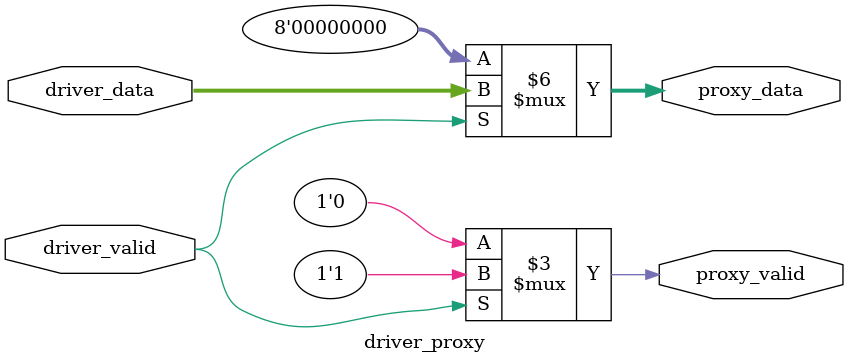
<source format=sv>
module driver_proxy (
    input  [7:0] driver_data,  // driver输入数据
    input        driver_valid, // driver数据有效信号
    output reg [7:0] proxy_data,  // proxy输出数据
    output reg       proxy_valid   // proxy数据有效信号
);

// 数据转发逻辑（iverilog完全兼容）
always @(*) begin
    if (driver_valid) begin
        proxy_data  = driver_data;
        proxy_valid = 1'b1;
        $display("[PROXY] 接收数据: %0d (valid=1)", proxy_data);
    end else begin
        proxy_data  = 8'd0;
        proxy_valid = 1'b0;
        // 简单判断：仅当valid从1变0时打印
        if (driver_valid) begin
            $display("[PROXY] 数据转发完成 (valid=0)");
        end
    end
end

endmodule

</source>
